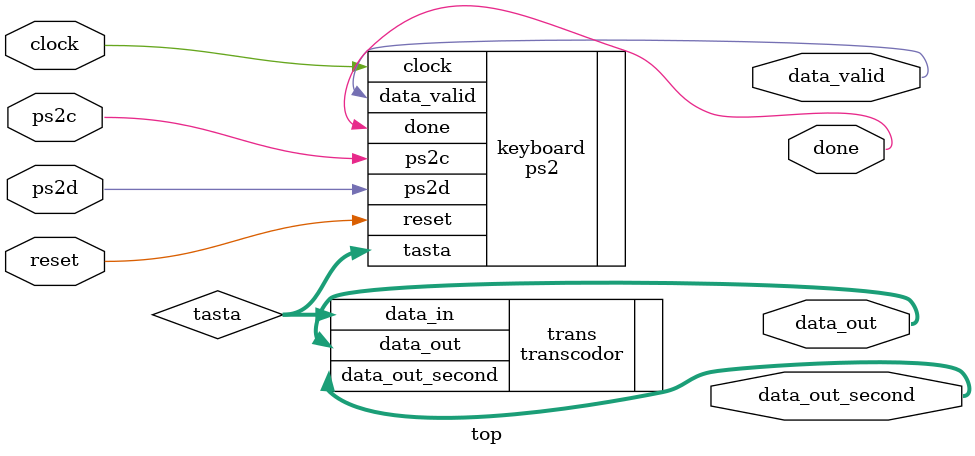
<source format=v>
module top(
			input  clock, reset,
			input  ps2d, ps2c,
			output reg done,
			output  reg data_valid,
			output [6:0] data_out,
			output [6:0] data_out_second
			);
			wire [7:0] tasta;
			
			ps2 keyboard(.clock(clock),.reset(reset),.ps2d(ps2d), .ps2c(ps2c),.done(done),.data_valid(data_valid),.tasta(tasta));
			transcodor trans(.data_in(tasta),.data_out(data_out),.data_out_second(data_out_second));
			
			endmodule
			
</source>
